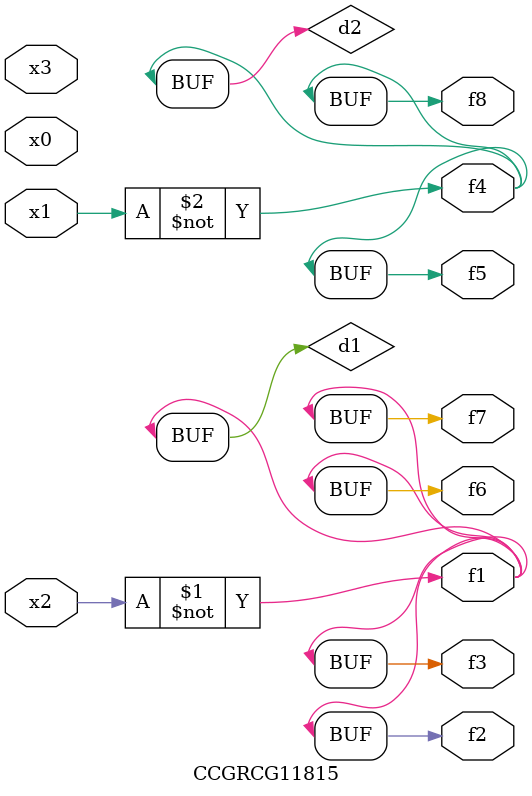
<source format=v>
module CCGRCG11815(
	input x0, x1, x2, x3,
	output f1, f2, f3, f4, f5, f6, f7, f8
);

	wire d1, d2;

	xnor (d1, x2);
	not (d2, x1);
	assign f1 = d1;
	assign f2 = d1;
	assign f3 = d1;
	assign f4 = d2;
	assign f5 = d2;
	assign f6 = d1;
	assign f7 = d1;
	assign f8 = d2;
endmodule

</source>
